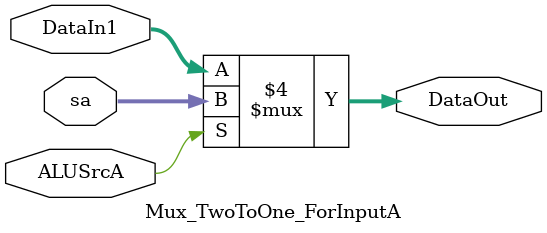
<source format=v>
`timescale 1ns / 1ps


module Mux_TwoToOne_ForInputA( ALUSrcA, DataIn1, sa, DataOut );

    input ALUSrcA;
    input [31:0] DataIn1;
    input [31:0] sa;
    output reg [31:0] DataOut;

    always@( ALUSrcA or DataIn1 or sa ) begin
        if ( ALUSrcA == 0 )
            DataOut = DataIn1;
        else
            DataOut = sa; // ¶Ôsa½øÐÐÀ©Õ¹
    end

endmodule

</source>
